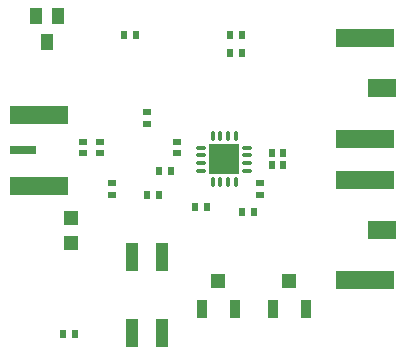
<source format=gbr>
G04 EAGLE Gerber RS-274X export*
G75*
%MOMM*%
%FSLAX34Y34*%
%LPD*%
%INSolderpaste Top*%
%IPPOS*%
%AMOC8*
5,1,8,0,0,1.08239X$1,22.5*%
G01*
%ADD10R,0.700000X0.600000*%
%ADD11R,0.600000X0.700000*%
%ADD12C,0.331800*%
%ADD13R,2.600000X2.600000*%
%ADD14R,2.300000X0.700000*%
%ADD15R,4.900000X1.580000*%
%ADD16R,2.350000X1.500000*%
%ADD17R,4.900000X1.600000*%
%ADD18R,1.000000X1.400000*%
%ADD19R,0.900000X1.600000*%
%ADD20R,1.300000X1.300000*%
%ADD21R,1.130000X2.440000*%
%ADD22R,1.200000X1.200000*%


D10*
X755000Y505000D03*
X755000Y495000D03*
D11*
X740000Y480000D03*
X750000Y480000D03*
D12*
X773100Y499750D02*
X777900Y499750D01*
X777900Y493250D02*
X773100Y493250D01*
X773100Y486750D02*
X777900Y486750D01*
X777900Y480250D02*
X773100Y480250D01*
X785250Y472900D02*
X785250Y468100D01*
X791750Y468100D02*
X791750Y472900D01*
X798250Y472900D02*
X798250Y468100D01*
X804750Y468100D02*
X804750Y472900D01*
X812100Y480250D02*
X816900Y480250D01*
X816900Y486750D02*
X812100Y486750D01*
X812100Y493250D02*
X816900Y493250D01*
X816900Y499750D02*
X812100Y499750D01*
X804750Y507100D02*
X804750Y511900D01*
X798250Y511900D02*
X798250Y507100D01*
X791750Y507100D02*
X791750Y511900D01*
X785250Y511900D02*
X785250Y507100D01*
D13*
X795000Y490000D03*
D10*
X675000Y495000D03*
X675000Y505000D03*
X730000Y530000D03*
X730000Y520000D03*
D11*
X730000Y460000D03*
X740000Y460000D03*
D14*
X624800Y497800D03*
D15*
X637800Y527800D03*
X637800Y467800D03*
D16*
X928250Y550000D03*
D17*
X914000Y507500D03*
X914000Y592500D03*
D11*
X800000Y595000D03*
X810000Y595000D03*
X800000Y580000D03*
X810000Y580000D03*
D10*
X690000Y505000D03*
X690000Y495000D03*
D16*
X928250Y430000D03*
D17*
X914000Y387500D03*
X914000Y472500D03*
D11*
X835000Y495000D03*
X845000Y495000D03*
X845000Y485000D03*
X835000Y485000D03*
X780000Y450000D03*
X770000Y450000D03*
D18*
X645000Y589000D03*
X635500Y611000D03*
X654500Y611000D03*
D11*
X710000Y595000D03*
X720000Y595000D03*
D10*
X700000Y460000D03*
X700000Y470000D03*
D11*
X658400Y342500D03*
X668400Y342500D03*
X820000Y445000D03*
X810000Y445000D03*
D19*
X776000Y362850D03*
X804000Y362850D03*
D20*
X790000Y387150D03*
D10*
X825000Y460000D03*
X825000Y470000D03*
D19*
X836000Y362850D03*
X864000Y362850D03*
D20*
X850000Y387150D03*
D21*
X717300Y342850D03*
X742700Y342850D03*
X742700Y407150D03*
X717300Y407150D03*
D22*
X665000Y440500D03*
X665000Y419500D03*
M02*

</source>
